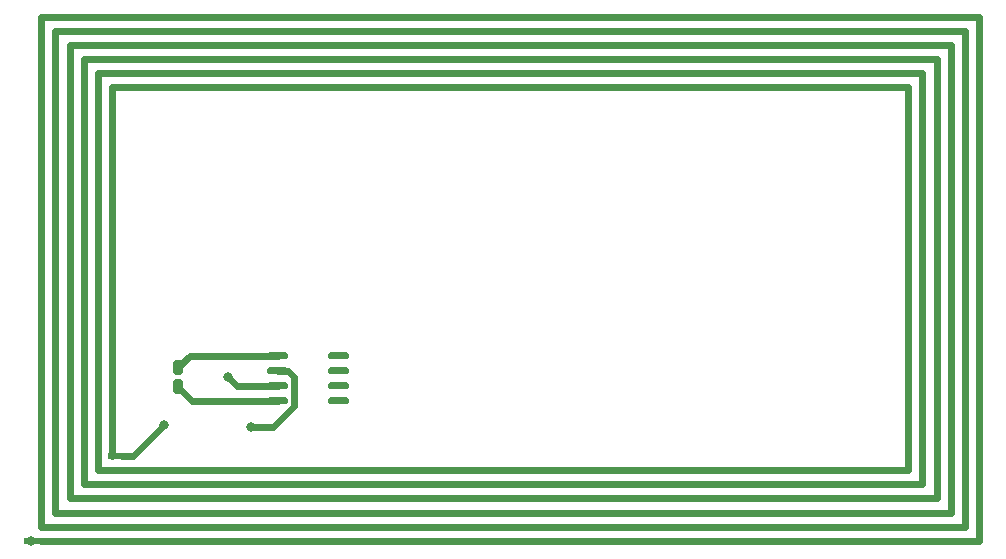
<source format=gbr>
%TF.GenerationSoftware,KiCad,Pcbnew,(5.1.9)-1*%
%TF.CreationDate,2021-05-22T16:29:01+08:00*%
%TF.ProjectId,PKU,504b552e-6b69-4636-9164-5f7063625858,rev?*%
%TF.SameCoordinates,Original*%
%TF.FileFunction,Copper,L1,Top*%
%TF.FilePolarity,Positive*%
%FSLAX46Y46*%
G04 Gerber Fmt 4.6, Leading zero omitted, Abs format (unit mm)*
G04 Created by KiCad (PCBNEW (5.1.9)-1) date 2021-05-22 16:29:01*
%MOMM*%
%LPD*%
G01*
G04 APERTURE LIST*
%TA.AperFunction,EtchedComponent*%
%ADD10C,0.600000*%
%TD*%
%TA.AperFunction,SMDPad,CuDef*%
%ADD11R,1.524000X0.600000*%
%TD*%
%TA.AperFunction,SMDPad,CuDef*%
%ADD12R,2.000000X0.600000*%
%TD*%
%TA.AperFunction,ViaPad*%
%ADD13C,0.800000*%
%TD*%
%TA.AperFunction,Conductor*%
%ADD14C,0.600000*%
%TD*%
G04 APERTURE END LIST*
D10*
%TO.C,AE1*%
X187800000Y-67200000D02*
X267200000Y-67200000D01*
X267200000Y-67200000D02*
X267200000Y-22800000D01*
X267200000Y-22800000D02*
X187800000Y-22800000D01*
X187800000Y-22800000D02*
X187800000Y-66000000D01*
X187800000Y-66000000D02*
X266000000Y-66000000D01*
X266000000Y-66000000D02*
X266000000Y-24000000D01*
X266000000Y-24000000D02*
X189000000Y-24000000D01*
X189000000Y-24000000D02*
X189000000Y-64800000D01*
X189000000Y-64800000D02*
X264800000Y-64800000D01*
X264800000Y-64800000D02*
X264800000Y-25200000D01*
X264800000Y-25200000D02*
X190200000Y-25200000D01*
X190200000Y-25200000D02*
X190200000Y-63600000D01*
X190200000Y-63600000D02*
X263600000Y-63600000D01*
X263600000Y-63600000D02*
X263600000Y-26400000D01*
X263600000Y-26400000D02*
X191400000Y-26400000D01*
X191400000Y-26400000D02*
X191400000Y-62400000D01*
X191400000Y-62400000D02*
X262400000Y-62400000D01*
X262400000Y-62400000D02*
X262400000Y-27600000D01*
X262400000Y-27600000D02*
X192600000Y-27600000D01*
X192600000Y-27600000D02*
X192600000Y-61200000D01*
X192600000Y-61200000D02*
X261200000Y-61200000D01*
X261200000Y-61200000D02*
X261200000Y-28800000D01*
X261200000Y-28800000D02*
X193800000Y-28800000D01*
X193800000Y-28800000D02*
X193800000Y-60000000D01*
%TD*%
D11*
%TO.P,AE1,2*%
%TO.N,Net-(AE1-Pad2)*%
X187100000Y-67200000D03*
D12*
%TO.P,AE1,1*%
%TO.N,Net-(AE1-Pad1)*%
X194500000Y-60000000D03*
%TD*%
%TO.P,D1,2*%
%TO.N,Net-(D1-Pad2)*%
%TA.AperFunction,SMDPad,CuDef*%
G36*
G01*
X199602500Y-53120000D02*
X199177500Y-53120000D01*
G75*
G02*
X198965000Y-52907500I0J212500D01*
G01*
X198965000Y-52107500D01*
G75*
G02*
X199177500Y-51895000I212500J0D01*
G01*
X199602500Y-51895000D01*
G75*
G02*
X199815000Y-52107500I0J-212500D01*
G01*
X199815000Y-52907500D01*
G75*
G02*
X199602500Y-53120000I-212500J0D01*
G01*
G37*
%TD.AperFunction*%
%TO.P,D1,1*%
%TO.N,Net-(D1-Pad1)*%
%TA.AperFunction,SMDPad,CuDef*%
G36*
G01*
X199602500Y-54745000D02*
X199177500Y-54745000D01*
G75*
G02*
X198965000Y-54532500I0J212500D01*
G01*
X198965000Y-53732500D01*
G75*
G02*
X199177500Y-53520000I212500J0D01*
G01*
X199602500Y-53520000D01*
G75*
G02*
X199815000Y-53732500I0J-212500D01*
G01*
X199815000Y-54532500D01*
G75*
G02*
X199602500Y-54745000I-212500J0D01*
G01*
G37*
%TD.AperFunction*%
%TD*%
%TO.P,U1,8*%
%TO.N,Net-(U1-Pad8)*%
%TA.AperFunction,SMDPad,CuDef*%
G36*
G01*
X212080000Y-51685000D02*
X212080000Y-51385000D01*
G75*
G02*
X212230000Y-51235000I150000J0D01*
G01*
X213680000Y-51235000D01*
G75*
G02*
X213830000Y-51385000I0J-150000D01*
G01*
X213830000Y-51685000D01*
G75*
G02*
X213680000Y-51835000I-150000J0D01*
G01*
X212230000Y-51835000D01*
G75*
G02*
X212080000Y-51685000I0J150000D01*
G01*
G37*
%TD.AperFunction*%
%TO.P,U1,7*%
%TO.N,Net-(U1-Pad7)*%
%TA.AperFunction,SMDPad,CuDef*%
G36*
G01*
X212080000Y-52955000D02*
X212080000Y-52655000D01*
G75*
G02*
X212230000Y-52505000I150000J0D01*
G01*
X213680000Y-52505000D01*
G75*
G02*
X213830000Y-52655000I0J-150000D01*
G01*
X213830000Y-52955000D01*
G75*
G02*
X213680000Y-53105000I-150000J0D01*
G01*
X212230000Y-53105000D01*
G75*
G02*
X212080000Y-52955000I0J150000D01*
G01*
G37*
%TD.AperFunction*%
%TO.P,U1,6*%
%TO.N,Net-(U1-Pad6)*%
%TA.AperFunction,SMDPad,CuDef*%
G36*
G01*
X212080000Y-54225000D02*
X212080000Y-53925000D01*
G75*
G02*
X212230000Y-53775000I150000J0D01*
G01*
X213680000Y-53775000D01*
G75*
G02*
X213830000Y-53925000I0J-150000D01*
G01*
X213830000Y-54225000D01*
G75*
G02*
X213680000Y-54375000I-150000J0D01*
G01*
X212230000Y-54375000D01*
G75*
G02*
X212080000Y-54225000I0J150000D01*
G01*
G37*
%TD.AperFunction*%
%TO.P,U1,5*%
%TO.N,Net-(U1-Pad5)*%
%TA.AperFunction,SMDPad,CuDef*%
G36*
G01*
X212080000Y-55495000D02*
X212080000Y-55195000D01*
G75*
G02*
X212230000Y-55045000I150000J0D01*
G01*
X213680000Y-55045000D01*
G75*
G02*
X213830000Y-55195000I0J-150000D01*
G01*
X213830000Y-55495000D01*
G75*
G02*
X213680000Y-55645000I-150000J0D01*
G01*
X212230000Y-55645000D01*
G75*
G02*
X212080000Y-55495000I0J150000D01*
G01*
G37*
%TD.AperFunction*%
%TO.P,U1,4*%
%TO.N,Net-(D1-Pad1)*%
%TA.AperFunction,SMDPad,CuDef*%
G36*
G01*
X206930000Y-55495000D02*
X206930000Y-55195000D01*
G75*
G02*
X207080000Y-55045000I150000J0D01*
G01*
X208530000Y-55045000D01*
G75*
G02*
X208680000Y-55195000I0J-150000D01*
G01*
X208680000Y-55495000D01*
G75*
G02*
X208530000Y-55645000I-150000J0D01*
G01*
X207080000Y-55645000D01*
G75*
G02*
X206930000Y-55495000I0J150000D01*
G01*
G37*
%TD.AperFunction*%
%TO.P,U1,3*%
%TO.N,Net-(AE1-Pad1)*%
%TA.AperFunction,SMDPad,CuDef*%
G36*
G01*
X206930000Y-54225000D02*
X206930000Y-53925000D01*
G75*
G02*
X207080000Y-53775000I150000J0D01*
G01*
X208530000Y-53775000D01*
G75*
G02*
X208680000Y-53925000I0J-150000D01*
G01*
X208680000Y-54225000D01*
G75*
G02*
X208530000Y-54375000I-150000J0D01*
G01*
X207080000Y-54375000D01*
G75*
G02*
X206930000Y-54225000I0J150000D01*
G01*
G37*
%TD.AperFunction*%
%TO.P,U1,2*%
%TO.N,Net-(AE1-Pad2)*%
%TA.AperFunction,SMDPad,CuDef*%
G36*
G01*
X206930000Y-52955000D02*
X206930000Y-52655000D01*
G75*
G02*
X207080000Y-52505000I150000J0D01*
G01*
X208530000Y-52505000D01*
G75*
G02*
X208680000Y-52655000I0J-150000D01*
G01*
X208680000Y-52955000D01*
G75*
G02*
X208530000Y-53105000I-150000J0D01*
G01*
X207080000Y-53105000D01*
G75*
G02*
X206930000Y-52955000I0J150000D01*
G01*
G37*
%TD.AperFunction*%
%TO.P,U1,1*%
%TO.N,Net-(D1-Pad2)*%
%TA.AperFunction,SMDPad,CuDef*%
G36*
G01*
X206930000Y-51685000D02*
X206930000Y-51385000D01*
G75*
G02*
X207080000Y-51235000I150000J0D01*
G01*
X208530000Y-51235000D01*
G75*
G02*
X208680000Y-51385000I0J-150000D01*
G01*
X208680000Y-51685000D01*
G75*
G02*
X208530000Y-51835000I-150000J0D01*
G01*
X207080000Y-51835000D01*
G75*
G02*
X206930000Y-51685000I0J150000D01*
G01*
G37*
%TD.AperFunction*%
%TD*%
D13*
%TO.N,Net-(AE1-Pad2)*%
X205560000Y-57550000D03*
X186900000Y-67200000D03*
%TO.N,Net-(AE1-Pad1)*%
X203580000Y-53320000D03*
X198210000Y-57370000D03*
%TD*%
D14*
%TO.N,Net-(AE1-Pad2)*%
X209180010Y-55764246D02*
X207394256Y-57550000D01*
X209180010Y-53305010D02*
X209180010Y-55764246D01*
X208680000Y-52805000D02*
X209180010Y-53305010D01*
X207805000Y-52805000D02*
X208680000Y-52805000D01*
X207394256Y-57550000D02*
X205560000Y-57550000D01*
%TO.N,Net-(AE1-Pad1)*%
X204335000Y-54075000D02*
X203580000Y-53320000D01*
X207805000Y-54075000D02*
X204335000Y-54075000D01*
X195580000Y-60000000D02*
X194600010Y-60000000D01*
X198210000Y-57370000D02*
X195580000Y-60000000D01*
%TO.N,Net-(D1-Pad2)*%
X200362500Y-51535000D02*
X199390000Y-52507500D01*
X207805000Y-51535000D02*
X200362500Y-51535000D01*
%TO.N,Net-(D1-Pad1)*%
X200602500Y-55345000D02*
X199390000Y-54132500D01*
X207805000Y-55345000D02*
X200602500Y-55345000D01*
%TD*%
M02*

</source>
